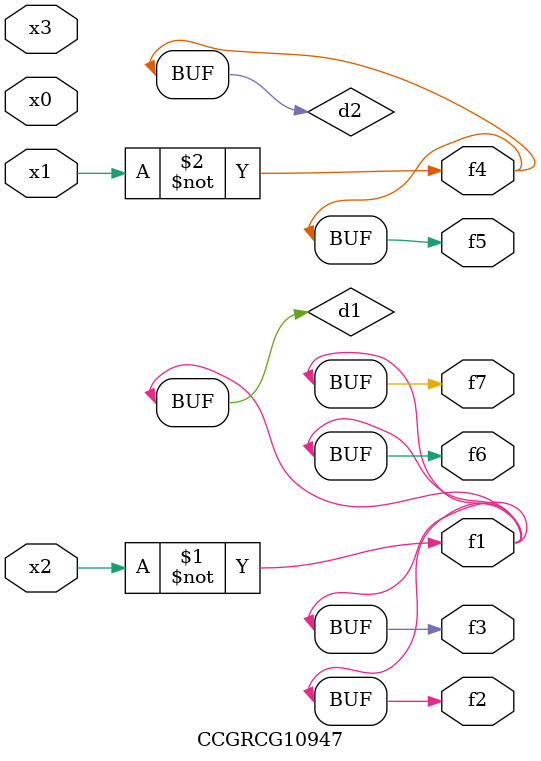
<source format=v>
module CCGRCG10947(
	input x0, x1, x2, x3,
	output f1, f2, f3, f4, f5, f6, f7
);

	wire d1, d2;

	xnor (d1, x2);
	not (d2, x1);
	assign f1 = d1;
	assign f2 = d1;
	assign f3 = d1;
	assign f4 = d2;
	assign f5 = d2;
	assign f6 = d1;
	assign f7 = d1;
endmodule

</source>
